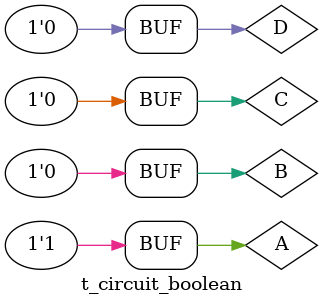
<source format=v>

module circuit_boolean(E, F, A, B, C, D);

    output E, F;
    input A, B, C, D;

    assign E = A || (B && C) || ((!B) && D);
    assign F = ((!B) && C) || (B && (!C) && (!D));

endmodule

// TEST BENCH PARA CIRCUIT_BOOLEAN
module t_circuit_boolean;

    wire E, F;
    reg A, B, C, D;

    circuit_boolean C1(E, F, A, B, C, D);

    initial 
        begin

            $monitor("[time: %0t]\nE: %b\nF: %b\n", $time, E, F);

            A = 1'b0; B = 1'b0; C = 1'b1; D = 1'b1;
            #50 A = 1'b1; B = 1'b0; C = 1'b0; D = 1'b0;

        end

endmodule
</source>
